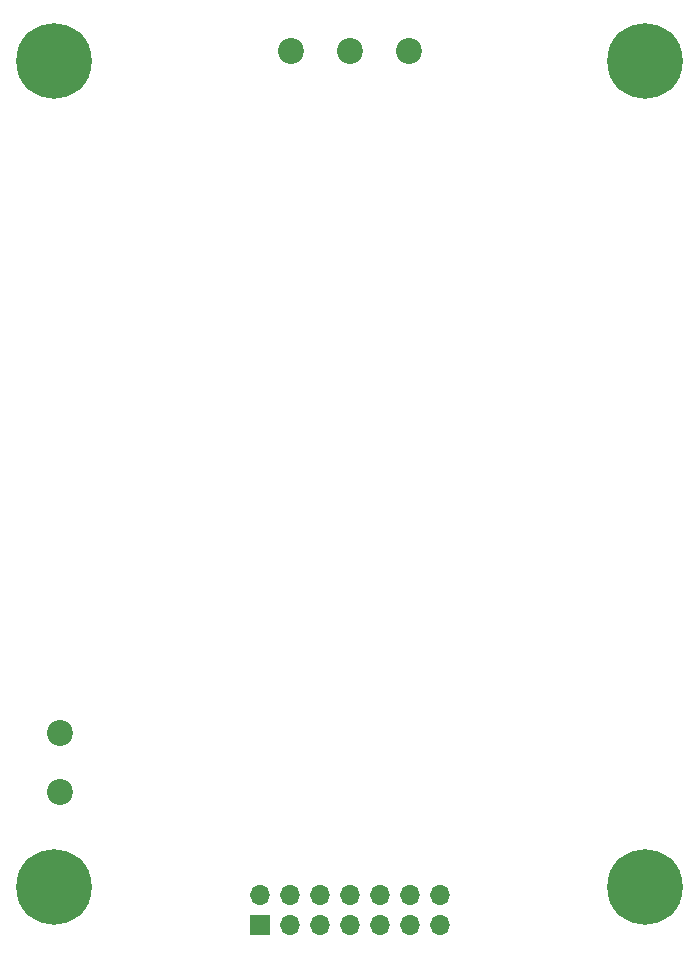
<source format=gbr>
%TF.GenerationSoftware,KiCad,Pcbnew,7.0.7*%
%TF.CreationDate,2024-02-22T20:28:59+08:00*%
%TF.ProjectId,hardware,68617264-7761-4726-952e-6b696361645f,rev?*%
%TF.SameCoordinates,Original*%
%TF.FileFunction,Soldermask,Bot*%
%TF.FilePolarity,Negative*%
%FSLAX46Y46*%
G04 Gerber Fmt 4.6, Leading zero omitted, Abs format (unit mm)*
G04 Created by KiCad (PCBNEW 7.0.7) date 2024-02-22 20:28:59*
%MOMM*%
%LPD*%
G01*
G04 APERTURE LIST*
%ADD10C,2.200000*%
%ADD11C,0.800000*%
%ADD12C,6.400000*%
%ADD13R,1.700000X1.700000*%
%ADD14O,1.700000X1.700000*%
G04 APERTURE END LIST*
D10*
%TO.C,U6*%
X138200000Y-66050000D03*
X143200000Y-66050000D03*
X148200000Y-66050000D03*
%TD*%
D11*
%TO.C,H1*%
X115800000Y-136900000D03*
X116502944Y-135202944D03*
X116502944Y-138597056D03*
X118200000Y-134500000D03*
D12*
X118200000Y-136900000D03*
D11*
X118200000Y-139300000D03*
X119897056Y-135202944D03*
X119897056Y-138597056D03*
X120600000Y-136900000D03*
%TD*%
%TO.C,H2*%
X165800000Y-66900000D03*
X166502944Y-65202944D03*
X166502944Y-68597056D03*
X168200000Y-64500000D03*
D12*
X168200000Y-66900000D03*
D11*
X168200000Y-69300000D03*
X169897056Y-65202944D03*
X169897056Y-68597056D03*
X170600000Y-66900000D03*
%TD*%
%TO.C,H4*%
X165800000Y-136900000D03*
X166502944Y-135202944D03*
X166502944Y-138597056D03*
X168200000Y-134500000D03*
D12*
X168200000Y-136900000D03*
D11*
X168200000Y-139300000D03*
X169897056Y-135202944D03*
X169897056Y-138597056D03*
X170600000Y-136900000D03*
%TD*%
D10*
%TO.C,U4*%
X118650000Y-123842500D03*
X118650000Y-128842500D03*
%TD*%
D11*
%TO.C,H3*%
X115800000Y-66900000D03*
X116502944Y-65202944D03*
X116502944Y-68597056D03*
X118200000Y-64500000D03*
D12*
X118200000Y-66900000D03*
D11*
X118200000Y-69300000D03*
X119897056Y-65202944D03*
X119897056Y-68597056D03*
X120600000Y-66900000D03*
%TD*%
D13*
%TO.C,J2*%
X135600000Y-140100000D03*
D14*
X135600000Y-137560000D03*
X138140000Y-140100000D03*
X138140000Y-137560000D03*
X140680000Y-140100000D03*
X140680000Y-137560000D03*
X143220000Y-140100000D03*
X143220000Y-137560000D03*
X145760000Y-140100000D03*
X145760000Y-137560000D03*
X148300000Y-140100000D03*
X148300000Y-137560000D03*
X150840000Y-140100000D03*
X150840000Y-137560000D03*
%TD*%
M02*

</source>
